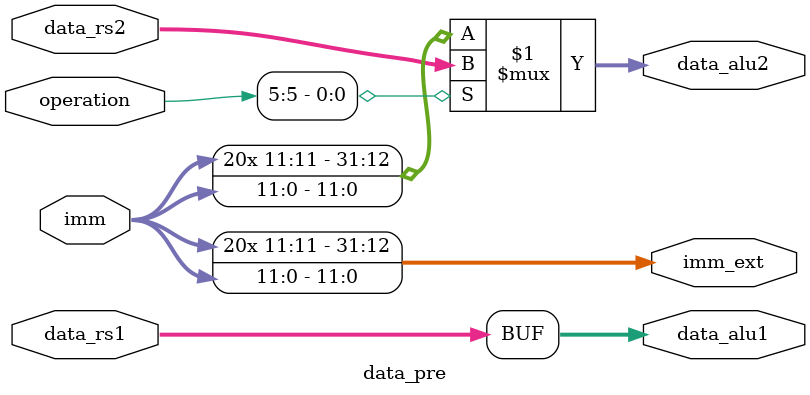
<source format=v>

module data_pre(

	input	[6:0]		operation	,
	input 	[31:0]		data_rs1	,
	input 	[31:0]		data_rs2	,
	input	[11:0]		imm			,

	output  [31:0]		data_alu1	,
	output  [31:0]		data_alu2	,
	output 	[31:0]		imm_ext		

);



	assign imm_ext = {{20{imm[11]}},imm[11:0]};

	assign data_alu1 = data_rs1;
	assign data_alu2 = operation[5] ? data_rs2 : imm_ext;




endmodule
</source>
